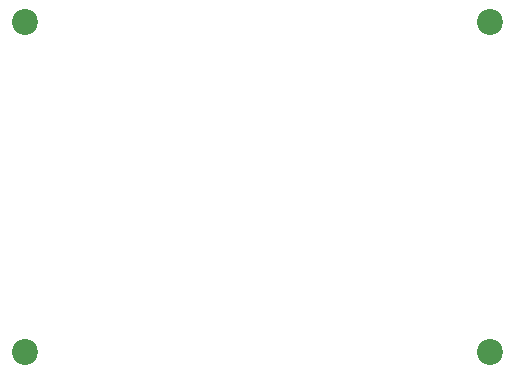
<source format=gbs>
%TF.GenerationSoftware,KiCad,Pcbnew,9.0.4+dfsg-1*%
%TF.CreationDate,2025-09-21T20:44:59+08:00*%
%TF.ProjectId,cover,636f7665-722e-46b6-9963-61645f706362,a*%
%TF.SameCoordinates,Original*%
%TF.FileFunction,Soldermask,Bot*%
%TF.FilePolarity,Negative*%
%FSLAX45Y45*%
G04 Gerber Fmt 4.5, Leading zero omitted, Abs format (unit mm)*
G04 Created by KiCad (PCBNEW 9.0.4+dfsg-1) date 2025-09-21 20:44:59*
%MOMM*%
%LPD*%
G01*
G04 APERTURE LIST*
%ADD10C,2.200000*%
G04 APERTURE END LIST*
D10*
%TO.C,H1*%
X10414000Y-10287000D03*
%TD*%
%TO.C,H4*%
X10414000Y-7493000D03*
%TD*%
%TO.C,H3*%
X14351000Y-7493000D03*
%TD*%
%TO.C,H2*%
X14351000Y-10287000D03*
%TD*%
M02*

</source>
